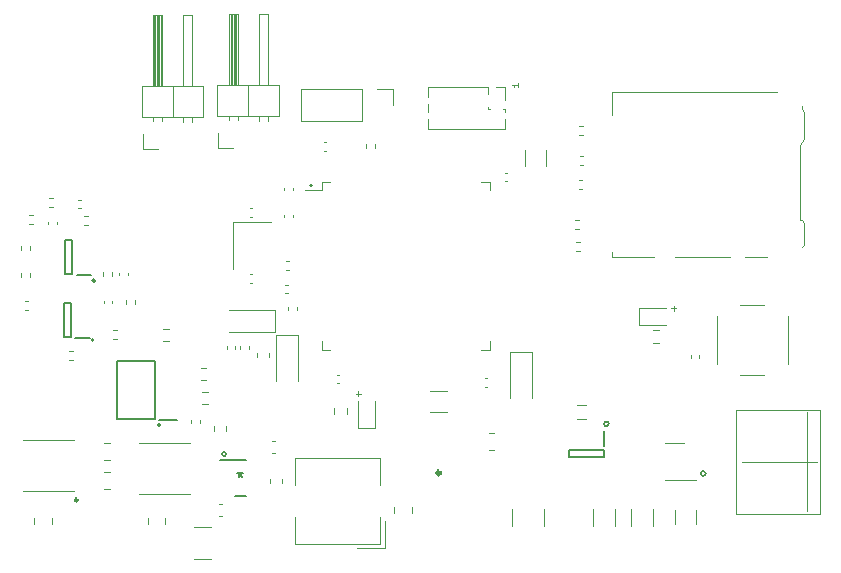
<source format=gbr>
%TF.GenerationSoftware,KiCad,Pcbnew,(5.99.0-7611-gb7875e4d41)*%
%TF.CreationDate,2020-12-16T01:58:45+00:00*%
%TF.ProjectId,CM4,434d342e-6b69-4636-9164-5f7063625858,rev?*%
%TF.SameCoordinates,Original*%
%TF.FileFunction,Legend,Top*%
%TF.FilePolarity,Positive*%
%FSLAX46Y46*%
G04 Gerber Fmt 4.6, Leading zero omitted, Abs format (unit mm)*
G04 Created by KiCad (PCBNEW (5.99.0-7611-gb7875e4d41)) date 2020-12-16 01:58:45*
%MOMM*%
%LPD*%
G01*
G04 APERTURE LIST*
%ADD10C,0.150000*%
%ADD11C,0.125000*%
%ADD12C,0.120000*%
%ADD13C,0.100000*%
%ADD14C,0.020000*%
%ADD15C,0.325000*%
%ADD16C,0.200000*%
%ADD17C,0.152400*%
%ADD18C,0.250000*%
G04 APERTURE END LIST*
D10*
X103941421Y-92400000D02*
G75*
G03*
X103941421Y-92400000I-141421J0D01*
G01*
X109441421Y-104600000D02*
G75*
G03*
X109441421Y-104600000I-141421J0D01*
G01*
X114987605Y-107061000D02*
G75*
G03*
X114987605Y-107061000I-179605J0D01*
G01*
X155600000Y-108700000D02*
G75*
G03*
X155600000Y-108700000I-200000J0D01*
G01*
X147400000Y-104500000D02*
G75*
G03*
X147400000Y-104500000I-200000J0D01*
G01*
X103800000Y-97400000D02*
G75*
G03*
X103800000Y-97400000I-100000J0D01*
G01*
D11*
X126009523Y-101935714D02*
X126390476Y-101935714D01*
X126200000Y-102126190D02*
X126200000Y-101745238D01*
X152709523Y-94735714D02*
X153090476Y-94735714D01*
X152900000Y-94926190D02*
X152900000Y-94545238D01*
X139726190Y-75657142D02*
X139726190Y-75942857D01*
X139726190Y-75800000D02*
X139226190Y-75800000D01*
X139297619Y-75847619D01*
X139345238Y-75895238D01*
X139369047Y-75942857D01*
D10*
X122200000Y-84257142D02*
X122247619Y-84304761D01*
X122200000Y-84352380D01*
X122152380Y-84304761D01*
X122200000Y-84257142D01*
X122200000Y-84352380D01*
%TO.C,L3*%
%TO.C,U3*%
X116205000Y-108545380D02*
X116205000Y-108783476D01*
X115966904Y-108688238D02*
X116205000Y-108783476D01*
X116443095Y-108688238D01*
X116062142Y-108973952D02*
X116205000Y-108783476D01*
X116347857Y-108973952D01*
D12*
%TO.C,J4*%
X147665000Y-78325000D02*
X147665000Y-76405000D01*
X163935000Y-89345000D02*
X163935000Y-87485000D01*
X147665000Y-76405000D02*
X161675000Y-76405000D01*
X163935000Y-78085000D02*
X163935000Y-80395000D01*
X163935000Y-87485000D02*
X163735000Y-87275000D01*
X147665000Y-89925000D02*
X147665000Y-90375000D01*
X163585000Y-87275000D02*
X163585000Y-80905000D01*
X163935000Y-89345000D02*
X163735000Y-89545000D01*
X158975000Y-90375000D02*
X160775000Y-90375000D01*
X163935000Y-80395000D02*
X163585000Y-80905000D01*
X152975000Y-90375000D02*
X157675000Y-90375000D01*
X163735000Y-77885000D02*
X163735000Y-77625000D01*
X147665000Y-90375000D02*
X151275000Y-90375000D01*
X163585000Y-87275000D02*
X163735000Y-87275000D01*
X163935000Y-78085000D02*
X163735000Y-77885000D01*
%TO.C,J3*%
X138463471Y-77860000D02*
X138595000Y-77860000D01*
X132125000Y-78677530D02*
X132125000Y-79500000D01*
X138595000Y-78677530D02*
X138595000Y-79500000D01*
X137140000Y-77663471D02*
X137140000Y-77806529D01*
X137140000Y-75970000D02*
X137140000Y-76536529D01*
X137193471Y-77860000D02*
X137336529Y-77860000D01*
X132125000Y-77407530D02*
X132125000Y-78062470D01*
X137900000Y-75970000D02*
X138660000Y-75970000D01*
X138660000Y-75970000D02*
X138660000Y-77100000D01*
X138595000Y-79500000D02*
X132125000Y-79500000D01*
X137140000Y-75970000D02*
X132125000Y-75970000D01*
X138595000Y-77860000D02*
X138595000Y-78062470D01*
X132125000Y-75970000D02*
X132125000Y-76792470D01*
%TO.C,J6*%
X113070000Y-78560000D02*
X113070000Y-75900000D01*
X109240000Y-75900000D02*
X109240000Y-69900000D01*
X107870000Y-75900000D02*
X107870000Y-78560000D01*
X112120000Y-78957071D02*
X112120000Y-78560000D01*
X109480000Y-75900000D02*
X109480000Y-69900000D01*
X109120000Y-75900000D02*
X109120000Y-69900000D01*
X109200000Y-81270000D02*
X107930000Y-81270000D01*
X109580000Y-78890000D02*
X109580000Y-78560000D01*
X109360000Y-75900000D02*
X109360000Y-69900000D01*
X110470000Y-78560000D02*
X110470000Y-75900000D01*
X107930000Y-81270000D02*
X107930000Y-80000000D01*
X108880000Y-75900000D02*
X108880000Y-69900000D01*
X111360000Y-69900000D02*
X112120000Y-69900000D01*
X109580000Y-69900000D02*
X109580000Y-75900000D01*
X108820000Y-78890000D02*
X108820000Y-78560000D01*
X107870000Y-78560000D02*
X113070000Y-78560000D01*
X111360000Y-75900000D02*
X111360000Y-69900000D01*
X109000000Y-75900000D02*
X109000000Y-69900000D01*
X108820000Y-75900000D02*
X108820000Y-69900000D01*
X111360000Y-78957071D02*
X111360000Y-78560000D01*
X108820000Y-69900000D02*
X109580000Y-69900000D01*
X112120000Y-69900000D02*
X112120000Y-75900000D01*
X113070000Y-75900000D02*
X107870000Y-75900000D01*
%TO.C,C15*%
X133711252Y-103510000D02*
X132288748Y-103510000D01*
X133711252Y-101690000D02*
X132288748Y-101690000D01*
%TO.C,C12*%
X130735000Y-112061252D02*
X130735000Y-111538748D01*
X129265000Y-112061252D02*
X129265000Y-111538748D01*
%TO.C,F1*%
X154810000Y-113002064D02*
X154810000Y-111797936D01*
X152990000Y-113002064D02*
X152990000Y-111797936D01*
%TO.C,R15*%
X146090000Y-111672936D02*
X146090000Y-113127064D01*
X147910000Y-111672936D02*
X147910000Y-113127064D01*
%TO.C,R3*%
X107280000Y-94046359D02*
X107280000Y-94353641D01*
X106520000Y-94046359D02*
X106520000Y-94353641D01*
%TO.C,C25*%
X121077000Y-97004000D02*
X119207000Y-97004000D01*
X121077000Y-100914000D02*
X121077000Y-97004000D01*
X119207000Y-97004000D02*
X119207000Y-100914000D01*
%TO.C,C18*%
X119940000Y-86792164D02*
X119940000Y-87007836D01*
X120660000Y-86792164D02*
X120660000Y-87007836D01*
%TO.C,U1*%
X153000000Y-109260000D02*
X152200000Y-109260000D01*
X153000000Y-106140000D02*
X152200000Y-106140000D01*
X153000000Y-106140000D02*
X153800000Y-106140000D01*
X153000000Y-109260000D02*
X154800000Y-109260000D01*
%TO.C,R24*%
X145153641Y-84580000D02*
X144846359Y-84580000D01*
X145153641Y-83820000D02*
X144846359Y-83820000D01*
%TO.C,C11*%
X139240000Y-111688748D02*
X139240000Y-113111252D01*
X141960000Y-111688748D02*
X141960000Y-113111252D01*
%TO.C,D2*%
X126165000Y-102600000D02*
X126165000Y-104885000D01*
X127635000Y-104885000D02*
X127635000Y-102600000D01*
X126165000Y-104885000D02*
X127635000Y-104885000D01*
%TO.C,R17*%
X137272936Y-106735000D02*
X137727064Y-106735000D01*
X137272936Y-105265000D02*
X137727064Y-105265000D01*
%TO.C,C17*%
X138592164Y-83240000D02*
X138807836Y-83240000D01*
X138592164Y-83960000D02*
X138807836Y-83960000D01*
%TO.C,C13*%
X140935000Y-98390000D02*
X139065000Y-98390000D01*
X139065000Y-98390000D02*
X139065000Y-102300000D01*
X140935000Y-102300000D02*
X140935000Y-98390000D01*
%TO.C,C16*%
X124607836Y-100340000D02*
X124392164Y-100340000D01*
X124607836Y-101060000D02*
X124392164Y-101060000D01*
%TO.C,R2*%
X98346359Y-87580000D02*
X98653641Y-87580000D01*
X98346359Y-86820000D02*
X98653641Y-86820000D01*
%TO.C,C1*%
X105360000Y-94307836D02*
X105360000Y-94092164D01*
X104640000Y-94307836D02*
X104640000Y-94092164D01*
%TO.C,C2*%
X102707836Y-85540000D02*
X102492164Y-85540000D01*
X102707836Y-86260000D02*
X102492164Y-86260000D01*
%TO.C,R8*%
X102053641Y-98320000D02*
X101746359Y-98320000D01*
X102053641Y-99080000D02*
X101746359Y-99080000D01*
%TO.C,C9*%
X108365000Y-112438748D02*
X108365000Y-112961252D01*
X109835000Y-112438748D02*
X109835000Y-112961252D01*
D13*
%TO.C,J2*%
X158200000Y-103300000D02*
X165300000Y-103300000D01*
X165300000Y-103300000D02*
X165300000Y-112100000D01*
X158200000Y-112100000D02*
X158200000Y-103300000D01*
X164200000Y-103500000D02*
X164200000Y-111900000D01*
D14*
X158680000Y-107700000D02*
X165000000Y-107700000D01*
D13*
X158200000Y-112100000D02*
X165300000Y-112100000D01*
D12*
%TO.C,C19*%
X142110000Y-82711252D02*
X142110000Y-81288748D01*
X140290000Y-82711252D02*
X140290000Y-81288748D01*
D13*
%TO.C,S1*%
X162550000Y-99400000D02*
X162550000Y-95400000D01*
X160550000Y-94400000D02*
X158550000Y-94400000D01*
X156550000Y-99400000D02*
X156550000Y-95400000D01*
X160550000Y-100400000D02*
X158550000Y-100400000D01*
D12*
%TO.C,R20*%
X120353641Y-91480000D02*
X120046359Y-91480000D01*
X120353641Y-90720000D02*
X120046359Y-90720000D01*
%TO.C,C8*%
X105161252Y-106115000D02*
X104638748Y-106115000D01*
X105161252Y-107585000D02*
X104638748Y-107585000D01*
%TO.C,R6*%
X102966359Y-87680000D02*
X103273641Y-87680000D01*
X102966359Y-86920000D02*
X103273641Y-86920000D01*
%TO.C,C27*%
X114413420Y-111250000D02*
X114694580Y-111250000D01*
X114413420Y-112270000D02*
X114694580Y-112270000D01*
D15*
%TO.C,IC5*%
X133162000Y-108650000D02*
G75*
G03*
X133162000Y-108650000I-162500J0D01*
G01*
D12*
%TO.C,C5*%
X112040000Y-104192164D02*
X112040000Y-104407836D01*
X112760000Y-104192164D02*
X112760000Y-104407836D01*
%TO.C,R26*%
X144953641Y-89880000D02*
X144646359Y-89880000D01*
X144953641Y-89120000D02*
X144646359Y-89120000D01*
%TO.C,C6*%
X105161252Y-110035000D02*
X104638748Y-110035000D01*
X105161252Y-108565000D02*
X104638748Y-108565000D01*
%TO.C,C4*%
X100660000Y-87392164D02*
X100660000Y-87607836D01*
X99940000Y-87392164D02*
X99940000Y-87607836D01*
%TO.C,L3*%
X128436000Y-115041000D02*
X126102667Y-115041000D01*
X120816000Y-114661000D02*
X120816000Y-112391000D01*
X128056000Y-109691000D02*
X128056000Y-107421000D01*
X128436000Y-112707667D02*
X128436000Y-115041000D01*
X128056000Y-114661000D02*
X128056000Y-112391000D01*
X128056000Y-107421000D02*
X120816000Y-107421000D01*
X120816000Y-109691000D02*
X120816000Y-107421000D01*
X128056000Y-114661000D02*
X120816000Y-114661000D01*
%TO.C,R23*%
X145253641Y-81820000D02*
X144946359Y-81820000D01*
X145253641Y-82580000D02*
X144946359Y-82580000D01*
D16*
%TO.C,IC3*%
X105800000Y-104050000D02*
X105800000Y-99150000D01*
X110875000Y-104180000D02*
X109350000Y-104180000D01*
X109000000Y-99150000D02*
X109000000Y-104050000D01*
X109000000Y-104050000D02*
X105800000Y-104050000D01*
X105800000Y-99150000D02*
X109000000Y-99150000D01*
D12*
%TO.C,C10*%
X113741252Y-113194000D02*
X112318748Y-113194000D01*
X113741252Y-115914000D02*
X112318748Y-115914000D01*
%TO.C,R16*%
X151110000Y-111672936D02*
X151110000Y-113127064D01*
X149290000Y-111672936D02*
X149290000Y-113127064D01*
%TO.C,D3*%
X150002500Y-94665000D02*
X150002500Y-96135000D01*
X150002500Y-96135000D02*
X152287500Y-96135000D01*
X152287500Y-94665000D02*
X150002500Y-94665000D01*
%TO.C,R25*%
X144853641Y-87980000D02*
X144546359Y-87980000D01*
X144853641Y-87220000D02*
X144546359Y-87220000D01*
%TO.C,L2*%
X111954000Y-110454000D02*
X107646000Y-110454000D01*
X107646000Y-106146000D02*
X111954000Y-106146000D01*
%TO.C,C21*%
X123292164Y-81360000D02*
X123507836Y-81360000D01*
X123292164Y-80640000D02*
X123507836Y-80640000D01*
%TO.C,Y1*%
X118850000Y-87400000D02*
X115550000Y-87400000D01*
X115550000Y-87400000D02*
X115550000Y-91400000D01*
%TO.C,J7*%
X126530000Y-78830000D02*
X121390000Y-78830000D01*
X127800000Y-76170000D02*
X129130000Y-76170000D01*
X126530000Y-76170000D02*
X126530000Y-78830000D01*
X121390000Y-76170000D02*
X121390000Y-78830000D01*
X126530000Y-76170000D02*
X121390000Y-76170000D01*
X129130000Y-76170000D02*
X129130000Y-77500000D01*
%TO.C,R1*%
X105446359Y-96520000D02*
X105753641Y-96520000D01*
X105446359Y-97280000D02*
X105753641Y-97280000D01*
D17*
%TO.C,U3*%
X114530000Y-107543001D02*
X116704999Y-107543001D01*
X115730000Y-110642999D02*
X116704999Y-110642999D01*
D12*
%TO.C,FB2*%
X117600000Y-98841779D02*
X117600000Y-98516221D01*
X118620000Y-98841779D02*
X118620000Y-98516221D01*
%TO.C,C20*%
X120660000Y-84707836D02*
X120660000Y-84492164D01*
X119940000Y-84707836D02*
X119940000Y-84492164D01*
%TO.C,C7*%
X98765000Y-112438748D02*
X98765000Y-112961252D01*
X100235000Y-112438748D02*
X100235000Y-112961252D01*
%TO.C,R13*%
X110137258Y-96477500D02*
X109662742Y-96477500D01*
X110137258Y-97522500D02*
X109662742Y-97522500D01*
%TO.C,C22*%
X119763000Y-109487580D02*
X119763000Y-109206420D01*
X118743000Y-109487580D02*
X118743000Y-109206420D01*
%TO.C,C26*%
X115803000Y-97936164D02*
X115803000Y-98151836D01*
X115083000Y-97936164D02*
X115083000Y-98151836D01*
%TO.C,R27*%
X126820000Y-81153641D02*
X126820000Y-80846359D01*
X127580000Y-81153641D02*
X127580000Y-80846359D01*
%TO.C,R9*%
X97620000Y-91746359D02*
X97620000Y-92053641D01*
X98380000Y-91746359D02*
X98380000Y-92053641D01*
%TO.C,C50*%
X154340000Y-98907836D02*
X154340000Y-98692164D01*
X155060000Y-98907836D02*
X155060000Y-98692164D01*
%TO.C,C48*%
X116992164Y-91840000D02*
X117207836Y-91840000D01*
X116992164Y-92560000D02*
X117207836Y-92560000D01*
%TO.C,C23*%
X115240000Y-96693000D02*
X119150000Y-96693000D01*
X119150000Y-96693000D02*
X119150000Y-94823000D01*
X119150000Y-94823000D02*
X115240000Y-94823000D01*
%TO.C,R28*%
X151624758Y-97622500D02*
X151150242Y-97622500D01*
X151624758Y-96577500D02*
X151150242Y-96577500D01*
%TO.C,R11*%
X113437258Y-101777500D02*
X112962742Y-101777500D01*
X113437258Y-102822500D02*
X112962742Y-102822500D01*
%TO.C,R10*%
X97620000Y-89446359D02*
X97620000Y-89753641D01*
X98380000Y-89446359D02*
X98380000Y-89753641D01*
%TO.C,U2*%
X137310000Y-83990000D02*
X137310000Y-84690000D01*
X136610000Y-83990000D02*
X137310000Y-83990000D01*
X136610000Y-98210000D02*
X137310000Y-98210000D01*
X137310000Y-98210000D02*
X137310000Y-97510000D01*
X123790000Y-83990000D02*
X123090000Y-83990000D01*
X123090000Y-84690000D02*
X121725000Y-84690000D01*
X123090000Y-98210000D02*
X123090000Y-97510000D01*
X123790000Y-98210000D02*
X123090000Y-98210000D01*
X123090000Y-83990000D02*
X123090000Y-84690000D01*
%TO.C,R14*%
X113337258Y-99777500D02*
X112862742Y-99777500D01*
X113337258Y-100822500D02*
X112862742Y-100822500D01*
%TO.C,L1*%
X97846000Y-105846000D02*
X102154000Y-105846000D01*
X102154000Y-110154000D02*
X97846000Y-110154000D01*
D16*
%TO.C,Q1*%
X146975000Y-106700000D02*
X146975000Y-107300000D01*
X144025000Y-106700000D02*
X146975000Y-106700000D01*
X146975000Y-107300000D02*
X144025000Y-107300000D01*
X144025000Y-107300000D02*
X144025000Y-106700000D01*
X147000000Y-105150000D02*
X147000000Y-106350000D01*
D12*
%TO.C,C3*%
X106660000Y-91907836D02*
X106660000Y-91692164D01*
X105940000Y-91907836D02*
X105940000Y-91692164D01*
D16*
%TO.C,IC1*%
X101900000Y-94250000D02*
X101900000Y-97150000D01*
X101300000Y-97150000D02*
X101300000Y-94250000D01*
X101900000Y-97150000D02*
X101300000Y-97150000D01*
X101300000Y-94250000D02*
X101900000Y-94250000D01*
X103450000Y-97200000D02*
X102250000Y-97200000D01*
%TO.C,IC2*%
X103550000Y-91900000D02*
X102350000Y-91900000D01*
X101400000Y-88950000D02*
X102000000Y-88950000D01*
X102000000Y-91850000D02*
X101400000Y-91850000D01*
X102000000Y-88950000D02*
X102000000Y-91850000D01*
X101400000Y-91850000D02*
X101400000Y-88950000D01*
D12*
%TO.C,C28*%
X118858420Y-105916000D02*
X119139580Y-105916000D01*
X118858420Y-106936000D02*
X119139580Y-106936000D01*
%TO.C,C29*%
X120034164Y-92731000D02*
X120249836Y-92731000D01*
X120034164Y-93451000D02*
X120249836Y-93451000D01*
%TO.C,C49*%
X116992164Y-86240000D02*
X117207836Y-86240000D01*
X116992164Y-86960000D02*
X117207836Y-86960000D01*
%TO.C,R4*%
X100046359Y-85420000D02*
X100353641Y-85420000D01*
X100046359Y-86180000D02*
X100353641Y-86180000D01*
%TO.C,R22*%
X145203641Y-80030000D02*
X144896359Y-80030000D01*
X145203641Y-79270000D02*
X144896359Y-79270000D01*
%TO.C,J5*%
X114270000Y-78460000D02*
X119470000Y-78460000D01*
X115600000Y-81170000D02*
X114330000Y-81170000D01*
X117760000Y-75800000D02*
X117760000Y-69800000D01*
X118520000Y-78857071D02*
X118520000Y-78460000D01*
X115980000Y-69800000D02*
X115980000Y-75800000D01*
X119470000Y-78460000D02*
X119470000Y-75800000D01*
X115220000Y-75800000D02*
X115220000Y-69800000D01*
X114330000Y-81170000D02*
X114330000Y-79900000D01*
X115220000Y-69800000D02*
X115980000Y-69800000D01*
X115760000Y-75800000D02*
X115760000Y-69800000D01*
X115980000Y-78790000D02*
X115980000Y-78460000D01*
X115220000Y-78790000D02*
X115220000Y-78460000D01*
X115280000Y-75800000D02*
X115280000Y-69800000D01*
X115400000Y-75800000D02*
X115400000Y-69800000D01*
X119470000Y-75800000D02*
X114270000Y-75800000D01*
X115640000Y-75800000D02*
X115640000Y-69800000D01*
X116870000Y-78460000D02*
X116870000Y-75800000D01*
X114270000Y-75800000D02*
X114270000Y-78460000D01*
X117760000Y-78857071D02*
X117760000Y-78460000D01*
X117760000Y-69800000D02*
X118520000Y-69800000D01*
X118520000Y-69800000D02*
X118520000Y-75800000D01*
X115880000Y-75800000D02*
X115880000Y-69800000D01*
X115520000Y-75800000D02*
X115520000Y-69800000D01*
%TO.C,R5*%
X105380000Y-91953641D02*
X105380000Y-91646359D01*
X104620000Y-91953641D02*
X104620000Y-91646359D01*
%TO.C,C14*%
X137107836Y-101360000D02*
X136892164Y-101360000D01*
X137107836Y-100640000D02*
X136892164Y-100640000D01*
%TO.C,R12*%
X113977500Y-105137258D02*
X113977500Y-104662742D01*
X115022500Y-105137258D02*
X115022500Y-104662742D01*
%TO.C,R7*%
X98253641Y-94120000D02*
X97946359Y-94120000D01*
X98253641Y-94880000D02*
X97946359Y-94880000D01*
%TO.C,FB1*%
X144700378Y-104060000D02*
X145499622Y-104060000D01*
X144700378Y-102940000D02*
X145499622Y-102940000D01*
%TO.C,C24*%
X120290000Y-94634164D02*
X120290000Y-94849836D01*
X121010000Y-94634164D02*
X121010000Y-94849836D01*
%TO.C,R18*%
X116966000Y-97890359D02*
X116966000Y-98197641D01*
X116206000Y-97890359D02*
X116206000Y-98197641D01*
D18*
%TO.C,IC4*%
X102450000Y-110950000D02*
G75*
G03*
X102450000Y-110950000I-125000J0D01*
G01*
D12*
%TO.C,R21*%
X124177500Y-103637258D02*
X124177500Y-103162742D01*
X125222500Y-103637258D02*
X125222500Y-103162742D01*
%TD*%
M02*

</source>
